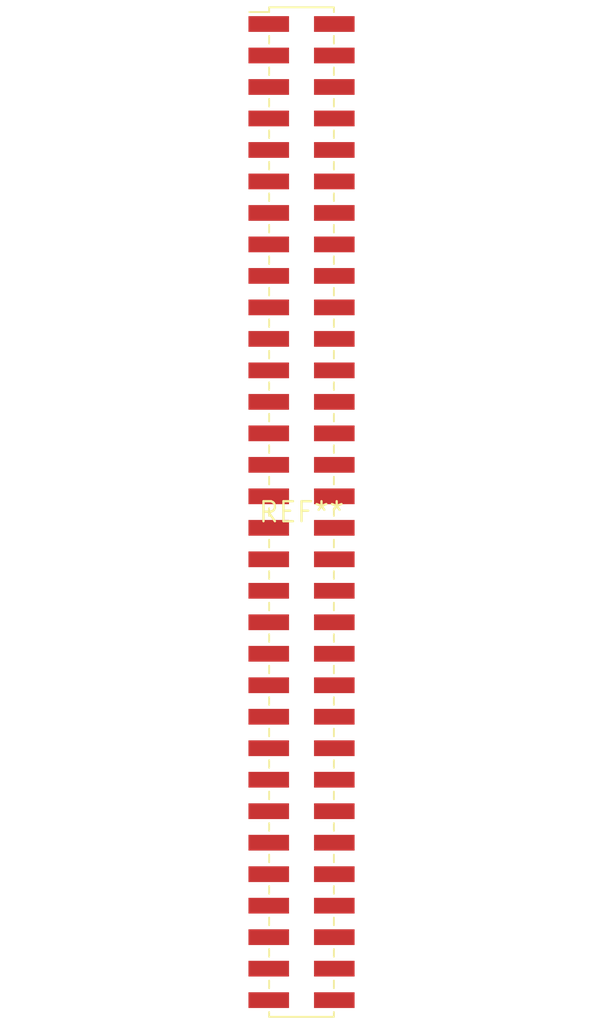
<source format=kicad_pcb>
(kicad_pcb (version 20240108) (generator pcbnew)
  (layers (0 "F.Cu" signal) (31 "B.Cu" signal) (34 "B.Paste" user) (35 "F.Paste" user) (36 "B.SilkS" user "B.Silkscreen") (37 "F.SilkS" user "F.Silkscreen") (38 "B.Mask" user) (39 "F.Mask" user) (44 "Edge.Cuts" user))
  (net 0 "")
  (footprint "PinHeader_2x32_P2.00mm_Vertical_SMD" (layer "F.Cu") (at 0 0)
    (property "Reference" "REF**")
    (property "Value" "PinHeader_2x32_P2.00mm_Vertical_SMD")
    (fp_line (start -3.315 -31.76) (end -2.06 -31.76) (layer "F.SilkS") (stroke (width 0.12)))
    (fp_line (start -2.06 -32.06) (end -2.06 -31.76) (layer "F.SilkS") (stroke (width 0.12)))
    (fp_line (start -2.06 -32.06) (end 2.06 -32.06) (layer "F.SilkS") (stroke (width 0.12)))
    (fp_line (start -2.06 -30.24) (end -2.06 -29.76) (layer "F.SilkS") (stroke (width 0.12)))
    (fp_line (start -2.06 -28.24) (end -2.06 -27.76) (layer "F.SilkS") (stroke (width 0.12)))
    (fp_line (start -2.06 -26.24) (end -2.06 -25.76) (layer "F.SilkS") (stroke (width 0.12)))
    (fp_line (start -2.06 -24.24) (end -2.06 -23.76) (layer "F.SilkS") (stroke (width 0.12)))
    (fp_line (start -2.06 -22.24) (end -2.06 -21.76) (layer "F.SilkS") (stroke (width 0.12)))
    (fp_line (start -2.06 -20.24) (end -2.06 -19.76) (layer "F.SilkS") (stroke (width 0.12)))
    (fp_line (start -2.06 -18.24) (end -2.06 -17.76) (layer "F.SilkS") (stroke (width 0.12)))
    (fp_line (start -2.06 -16.24) (end -2.06 -15.76) (layer "F.SilkS") (stroke (width 0.12)))
    (fp_line (start -2.06 -14.24) (end -2.06 -13.76) (layer "F.SilkS") (stroke (width 0.12)))
    (fp_line (start -2.06 -12.24) (end -2.06 -11.76) (layer "F.SilkS") (stroke (width 0.12)))
    (fp_line (start -2.06 -10.24) (end -2.06 -9.76) (layer "F.SilkS") (stroke (width 0.12)))
    (fp_line (start -2.06 -8.24) (end -2.06 -7.76) (layer "F.SilkS") (stroke (width 0.12)))
    (fp_line (start -2.06 -6.24) (end -2.06 -5.76) (layer "F.SilkS") (stroke (width 0.12)))
    (fp_line (start -2.06 -4.24) (end -2.06 -3.76) (layer "F.SilkS") (stroke (width 0.12)))
    (fp_line (start -2.06 -2.24) (end -2.06 -1.76) (layer "F.SilkS") (stroke (width 0.12)))
    (fp_line (start -2.06 -0.24) (end -2.06 0.24) (layer "F.SilkS") (stroke (width 0.12)))
    (fp_line (start -2.06 1.76) (end -2.06 2.24) (layer "F.SilkS") (stroke (width 0.12)))
    (fp_line (start -2.06 3.76) (end -2.06 4.24) (layer "F.SilkS") (stroke (width 0.12)))
    (fp_line (start -2.06 5.76) (end -2.06 6.24) (layer "F.SilkS") (stroke (width 0.12)))
    (fp_line (start -2.06 7.76) (end -2.06 8.24) (layer "F.SilkS") (stroke (width 0.12)))
    (fp_line (start -2.06 9.76) (end -2.06 10.24) (layer "F.SilkS") (stroke (width 0.12)))
    (fp_line (start -2.06 11.76) (end -2.06 12.24) (layer "F.SilkS") (stroke (width 0.12)))
    (fp_line (start -2.06 13.76) (end -2.06 14.24) (layer "F.SilkS") (stroke (width 0.12)))
    (fp_line (start -2.06 15.76) (end -2.06 16.24) (layer "F.SilkS") (stroke (width 0.12)))
    (fp_line (start -2.06 17.76) (end -2.06 18.24) (layer "F.SilkS") (stroke (width 0.12)))
    (fp_line (start -2.06 19.76) (end -2.06 20.24) (layer "F.SilkS") (stroke (width 0.12)))
    (fp_line (start -2.06 21.76) (end -2.06 22.24) (layer "F.SilkS") (stroke (width 0.12)))
    (fp_line (start -2.06 23.76) (end -2.06 24.24) (layer "F.SilkS") (stroke (width 0.12)))
    (fp_line (start -2.06 25.76) (end -2.06 26.24) (layer "F.SilkS") (stroke (width 0.12)))
    (fp_line (start -2.06 27.76) (end -2.06 28.24) (layer "F.SilkS") (stroke (width 0.12)))
    (fp_line (start -2.06 29.76) (end -2.06 30.24) (layer "F.SilkS") (stroke (width 0.12)))
    (fp_line (start -2.06 31.76) (end -2.06 32.06) (layer "F.SilkS") (stroke (width 0.12)))
    (fp_line (start -2.06 32.06) (end 2.06 32.06) (layer "F.SilkS") (stroke (width 0.12)))
    (fp_line (start 2.06 -32.06) (end 2.06 -31.76) (layer "F.SilkS") (stroke (width 0.12)))
    (fp_line (start 2.06 -30.24) (end 2.06 -29.76) (layer "F.SilkS") (stroke (width 0.12)))
    (fp_line (start 2.06 -28.24) (end 2.06 -27.76) (layer "F.SilkS") (stroke (width 0.12)))
    (fp_line (start 2.06 -26.24) (end 2.06 -25.76) (layer "F.SilkS") (stroke (width 0.12)))
    (fp_line (start 2.06 -24.24) (end 2.06 -23.76) (layer "F.SilkS") (stroke (width 0.12)))
    (fp_line (start 2.06 -22.24) (end 2.06 -21.76) (layer "F.SilkS") (stroke (width 0.12)))
    (fp_line (start 2.06 -20.24) (end 2.06 -19.76) (layer "F.SilkS") (stroke (width 0.12)))
    (fp_line (start 2.06 -18.24) (end 2.06 -17.76) (layer "F.SilkS") (stroke (width 0.12)))
    (fp_line (start 2.06 -16.24) (end 2.06 -15.76) (layer "F.SilkS") (stroke (width 0.12)))
    (fp_line (start 2.06 -14.24) (end 2.06 -13.76) (layer "F.SilkS") (stroke (width 0.12)))
    (fp_line (start 2.06 -12.24) (end 2.06 -11.76) (layer "F.SilkS") (stroke (width 0.12)))
    (fp_line (start 2.06 -10.24) (end 2.06 -9.76) (layer "F.SilkS") (stroke (width 0.12)))
    (fp_line (start 2.06 -8.24) (end 2.06 -7.76) (layer "F.SilkS") (stroke (width 0.12)))
    (fp_line (start 2.06 -6.24) (end 2.06 -5.76) (layer "F.SilkS") (stroke (width 0.12)))
    (fp_line (start 2.06 -4.24) (end 2.06 -3.76) (layer "F.SilkS") (stroke (width 0.12)))
    (fp_line (start 2.06 -2.24) (end 2.06 -1.76) (layer "F.SilkS") (stroke (width 0.12)))
    (fp_line (start 2.06 -0.24) (end 2.06 0.24) (layer "F.SilkS") (stroke (width 0.12)))
    (fp_line (start 2.06 1.76) (end 2.06 2.24) (layer "F.SilkS") (stroke (width 0.12)))
    (fp_line (start 2.06 3.76) (end 2.06 4.24) (layer "F.SilkS") (stroke (width 0.12)))
    (fp_line (start 2.06 5.76) (end 2.06 6.24) (layer "F.SilkS") (stroke (width 0.12)))
    (fp_line (start 2.06 7.76) (end 2.06 8.24) (layer "F.SilkS") (stroke (width 0.12)))
    (fp_line (start 2.06 9.76) (end 2.06 10.24) (layer "F.SilkS") (stroke (width 0.12)))
    (fp_line (start 2.06 11.76) (end 2.06 12.24) (layer "F.SilkS") (stroke (width 0.12)))
    (fp_line (start 2.06 13.76) (end 2.06 14.24) (layer "F.SilkS") (stroke (width 0.12)))
    (fp_line (start 2.06 15.76) (end 2.06 16.24) (layer "F.SilkS") (stroke (width 0.12)))
    (fp_line (start 2.06 17.76) (end 2.06 18.24) (layer "F.SilkS") (stroke (width 0.12)))
    (fp_line (start 2.06 19.76) (end 2.06 20.24) (layer "F.SilkS") (stroke (width 0.12)))
    (fp_line (start 2.06 21.76) (end 2.06 22.24) (layer "F.SilkS") (stroke (width 0.12)))
    (fp_line (start 2.06 23.76) (end 2.06 24.24) (layer "F.SilkS") (stroke (width 0.12)))
    (fp_line (start 2.06 25.76) (end 2.06 26.24) (layer "F.SilkS") (stroke (width 0.12)))
    (fp_line (start 2.06 27.76) (end 2.06 28.24) (layer "F.SilkS") (stroke (width 0.12)))
    (fp_line (start 2.06 29.76) (end 2.06 30.24) (layer "F.SilkS") (stroke (width 0.12)))
    (fp_line (start 2.06 31.76) (end 2.06 32.06) (layer "F.SilkS") (stroke (width 0.12)))
    (pad "1" smd rect (at -2.085 -31) (size 2.58 1) (layers "F.Cu" "F.Paste" "F.Mask"))
    (pad "2" smd rect (at 2.085 -31) (size 2.58 1) (layers "F.Cu" "F.Paste" "F.Mask"))
    (pad "3" smd rect (at -2.085 -29) (size 2.58 1) (layers "F.Cu" "F.Paste" "F.Mask"))
    (pad "4" smd rect (at 2.085 -29) (size 2.58 1) (layers "F.Cu" "F.Paste" "F.Mask"))
    (pad "5" smd rect (at -2.085 -27) (size 2.58 1) (layers "F.Cu" "F.Paste" "F.Mask"))
    (pad "6" smd rect (at 2.085 -27) (size 2.58 1) (layers "F.Cu" "F.Paste" "F.Mask"))
    (pad "7" smd rect (at -2.085 -25) (size 2.58 1) (layers "F.Cu" "F.Paste" "F.Mask"))
    (pad "8" smd rect (at 2.085 -25) (size 2.58 1) (layers "F.Cu" "F.Paste" "F.Mask"))
    (pad "9" smd rect (at -2.085 -23) (size 2.58 1) (layers "F.Cu" "F.Paste" "F.Mask"))
    (pad "10" smd rect (at 2.085 -23) (size 2.58 1) (layers "F.Cu" "F.Paste" "F.Mask"))
    (pad "11" smd rect (at -2.085 -21) (size 2.58 1) (layers "F.Cu" "F.Paste" "F.Mask"))
    (pad "12" smd rect (at 2.085 -21) (size 2.58 1) (layers "F.Cu" "F.Paste" "F.Mask"))
    (pad "13" smd rect (at -2.085 -19) (size 2.58 1) (layers "F.Cu" "F.Paste" "F.Mask"))
    (pad "14" smd rect (at 2.085 -19) (size 2.58 1) (layers "F.Cu" "F.Paste" "F.Mask"))
    (pad "15" smd rect (at -2.085 -17) (size 2.58 1) (layers "F.Cu" "F.Paste" "F.Mask"))
    (pad "16" smd rect (at 2.085 -17) (size 2.58 1) (layers "F.Cu" "F.Paste" "F.Mask"))
    (pad "17" smd rect (at -2.085 -15) (size 2.58 1) (layers "F.Cu" "F.Paste" "F.Mask"))
    (pad "18" smd rect (at 2.085 -15) (size 2.58 1) (layers "F.Cu" "F.Paste" "F.Mask"))
    (pad "19" smd rect (at -2.085 -13) (size 2.58 1) (layers "F.Cu" "F.Paste" "F.Mask"))
    (pad "20" smd rect (at 2.085 -13) (size 2.58 1) (layers "F.Cu" "F.Paste" "F.Mask"))
    (pad "21" smd rect (at -2.085 -11) (size 2.58 1) (layers "F.Cu" "F.Paste" "F.Mask"))
    (pad "22" smd rect (at 2.085 -11) (size 2.58 1) (layers "F.Cu" "F.Paste" "F.Mask"))
    (pad "23" smd rect (at -2.085 -9) (size 2.58 1) (layers "F.Cu" "F.Paste" "F.Mask"))
    (pad "24" smd rect (at 2.085 -9) (size 2.58 1) (layers "F.Cu" "F.Paste" "F.Mask"))
    (pad "25" smd rect (at -2.085 -7) (size 2.58 1) (layers "F.Cu" "F.Paste" "F.Mask"))
    (pad "26" smd rect (at 2.085 -7) (size 2.58 1) (layers "F.Cu" "F.Paste" "F.Mask"))
    (pad "27" smd rect (at -2.085 -5) (size 2.58 1) (layers "F.Cu" "F.Paste" "F.Mask"))
    (pad "28" smd rect (at 2.085 -5) (size 2.58 1) (layers "F.Cu" "F.Paste" "F.Mask"))
    (pad "29" smd rect (at -2.085 -3) (size 2.58 1) (layers "F.Cu" "F.Paste" "F.Mask"))
    (pad "30" smd rect (at 2.085 -3) (size 2.58 1) (layers "F.Cu" "F.Paste" "F.Mask"))
    (pad "31" smd rect (at -2.085 -1) (size 2.58 1) (layers "F.Cu" "F.Paste" "F.Mask"))
    (pad "32" smd rect (at 2.085 -1) (size 2.58 1) (layers "F.Cu" "F.Paste" "F.Mask"))
    (pad "33" smd rect (at -2.085 1) (size 2.58 1) (layers "F.Cu" "F.Paste" "F.Mask"))
    (pad "34" smd rect (at 2.085 1) (size 2.58 1) (layers "F.Cu" "F.Paste" "F.Mask"))
    (pad "35" smd rect (at -2.085 3) (size 2.58 1) (layers "F.Cu" "F.Paste" "F.Mask"))
    (pad "36" smd rect (at 2.085 3) (size 2.58 1) (layers "F.Cu" "F.Paste" "F.Mask"))
    (pad "37" smd rect (at -2.085 5) (size 2.58 1) (layers "F.Cu" "F.Paste" "F.Mask"))
    (pad "38" smd rect (at 2.085 5) (size 2.58 1) (layers "F.Cu" "F.Paste" "F.Mask"))
    (pad "39" smd rect (at -2.085 7) (size 2.58 1) (layers "F.Cu" "F.Paste" "F.Mask"))
    (pad "40" smd rect (at 2.085 7) (size 2.58 1) (layers "F.Cu" "F.Paste" "F.Mask"))
    (pad "41" smd rect (at -2.085 9) (size 2.58 1) (layers "F.Cu" "F.Paste" "F.Mask"))
    (pad "42" smd rect (at 2.085 9) (size 2.58 1) (layers "F.Cu" "F.Paste" "F.Mask"))
    (pad "43" smd rect (at -2.085 11) (size 2.58 1) (layers "F.Cu" "F.Paste" "F.Mask"))
    (pad "44" smd rect (at 2.085 11) (size 2.58 1) (layers "F.Cu" "F.Paste" "F.Mask"))
    (pad "45" smd rect (at -2.085 13) (size 2.58 1) (layers "F.Cu" "F.Paste" "F.Mask"))
    (pad "46" smd rect (at 2.085 13) (size 2.58 1) (layers "F.Cu" "F.Paste" "F.Mask"))
    (pad "47" smd rect (at -2.085 15) (size 2.58 1) (layers "F.Cu" "F.Paste" "F.Mask"))
    (pad "48" smd rect (at 2.085 15) (size 2.58 1) (layers "F.Cu" "F.Paste" "F.Mask"))
    (pad "49" smd rect (at -2.085 17) (size 2.58 1) (layers "F.Cu" "F.Paste" "F.Mask"))
    (pad "50" smd rect (at 2.085 17) (size 2.58 1) (layers "F.Cu" "F.Paste" "F.Mask"))
    (pad "51" smd rect (at -2.085 19) (size 2.58 1) (layers "F.Cu" "F.Paste" "F.Mask"))
    (pad "52" smd rect (at 2.085 19) (size 2.58 1) (layers "F.Cu" "F.Paste" "F.Mask"))
    (pad "53" smd rect (at -2.085 21) (size 2.58 1) (layers "F.Cu" "F.Paste" "F.Mask"))
    (pad "54" smd rect (at 2.085 21) (size 2.58 1) (layers "F.Cu" "F.Paste" "F.Mask"))
    (pad "55" smd rect (at -2.085 23) (size 2.58 1) (layers "F.Cu" "F.Paste" "F.Mask"))
    (pad "56" smd rect (at 2.085 23) (size 2.58 1) (layers "F.Cu" "F.Paste" "F.Mask"))
    (pad "57" smd rect (at -2.085 25) (size 2.58 1) (layers "F.Cu" "F.Paste" "F.Mask"))
    (pad "58" smd rect (at 2.085 25) (size 2.58 1) (layers "F.Cu" "F.Paste" "F.Mask"))
    (pad "59" smd rect (at -2.085 27) (size 2.58 1) (layers "F.Cu" "F.Paste" "F.Mask"))
    (pad "60" smd rect (at 2.085 27) (size 2.58 1) (layers "F.Cu" "F.Paste" "F.Mask"))
    (pad "61" smd rect (at -2.085 29) (size 2.58 1) (layers "F.Cu" "F.Paste" "F.Mask"))
    (pad "62" smd rect (at 2.085 29) (size 2.58 1) (layers "F.Cu" "F.Paste" "F.Mask"))
    (pad "63" smd rect (at -2.085 31) (size 2.58 1) (layers "F.Cu" "F.Paste" "F.Mask"))
    (pad "64" smd rect (at 2.085 31) (size 2.58 1) (layers "F.Cu" "F.Paste" "F.Mask"))
  )
)
</source>
